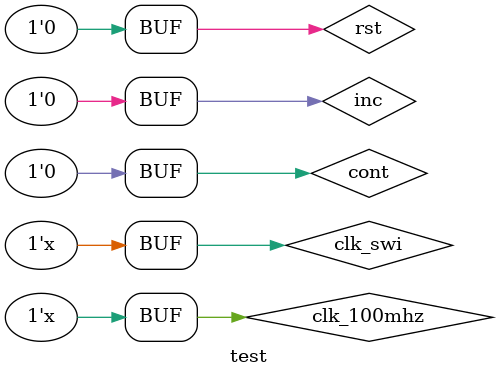
<source format=v>
`timescale 1ns / 1ps
module test;

	// Inputs
	reg rst;
    reg clk_100mhz;
    reg clk_swi;
    reg cont;
    reg mem_or_rf;
    reg inc;
    reg dec;
    reg mem_rf_pc;
    
	// Outputs
	wire [15:0] mem_rf_pc_addr;
	wire [1:0] pcsrc;
    wire [31:0] pc;
	// Instantiate the Unit Under Test (UUT)
	top uut (
		.clk_100mhz(clk_100mhz), 
		.clk_swi(clk_swi),
		.cont(cont),
		.rst(rst), 
		.mem_or_rf(mem_or_rf),
		.inc(inc),
        .dec(dec),
        .mem_rf_pc(mem_rf_pc),
        .mem_rf_pc_addr(mem_rf_pc_addr)
	);
    always #1 clk_100mhz = ~clk_100mhz;
	always #1 clk_swi	=	~clk_swi;

	initial begin
		// Initialize Inputs
		clk_swi = 0;
		clk_100mhz = 0;
		rst = 1;
		// Wait 100 ns for global reset to finish
		#10;
        rst	= 0;
        cont = 0;
		// Add stimulus here
		#9 inc = 1; #1 inc = 0;
		#9 inc = 1; #1 inc = 0;
		#9 inc = 1; #1 inc = 0;
		#9 inc = 1; #1 inc = 0;
		#9 inc = 1; #1 inc = 0;
		#9 inc = 1; #1 inc = 0;
	end
endmodule
</source>
